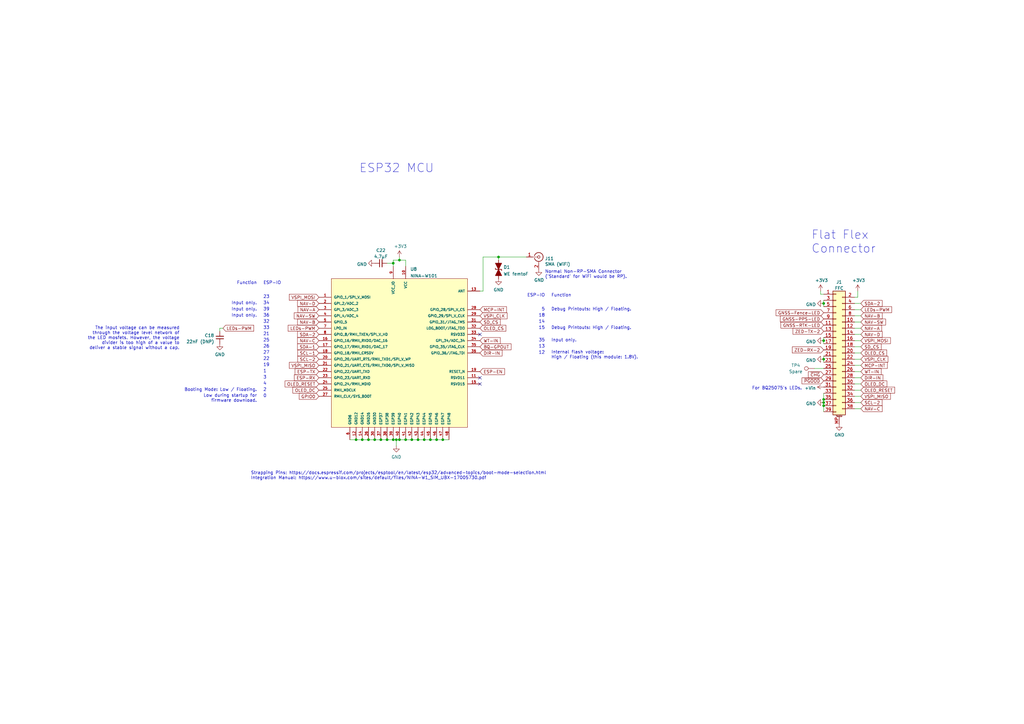
<source format=kicad_sch>
(kicad_sch (version 20211123) (generator eeschema)
  (paper "A3")
  (title_block (title "GNSS") (rev "B"))
  (lib_symbols
    (symbol "Connector:Conn_Coaxial" (pin_names (offset 1.016) hide)
      (property "Reference" "J" (at 0.254 3.048 0))
      (property "Value" "Conn_Coaxial" (at 2.921 0 90))
      (symbol "Conn_Coaxial_0_1"
        (arc (start -1.778 -0.508) (mid 0.222 -1.808) (end 1.778 0) (stroke (width 0.254)))
        (polyline (pts (xy -2.54 0) (xy -0.508 0)))
        (polyline (pts (xy 0 -2.54) (xy 0 -1.778)))
        (circle (center 0 0) (radius 0.508) (stroke (width 0.2032)))
        (arc (start 1.778 0) (mid 0.222 1.8083) (end -1.778 0.508) (stroke (width 0.254)))
      )
      (symbol "Conn_Coaxial_1_1"
        (pin passive line (at -5.08 0 0) (length 2.54) (name "In") (number "1"))
        (pin passive line (at 0 -5.08 90) (length 2.54) (name "Ext") (number "2"))
      )
    )
    (symbol "Connector:TestPoint" (pin_numbers hide) (pin_names (offset 0.762) hide)
      (property "Reference" "TP" (at 0 6.858 0))
      (property "Value" "TestPoint" (at 0 5.08 0))
      (symbol "TestPoint_0_1"
        (circle (center 0 3.302) (radius 0.762))
      )
      (symbol "TestPoint_1_1"
        (pin passive line (at 0 0 90) (length 2.54) (name "1") (number "1"))
      )
    )
    (symbol "Device:C_Small" (pin_numbers hide) (pin_names (offset 0.254) hide)
      (property "Reference" "C" (at 0.254 1.778 0))
      (property "Value" "C_Small" (at 0.254 -2.032 0))
      (symbol "C_Small_0_1"
        (polyline (pts (xy -1.524 -0.508) (xy 1.524 -0.508)) (stroke (width 0.3302)))
        (polyline (pts (xy -1.524 0.508) (xy 1.524 0.508)) (stroke (width 0.3048)))
      )
      (symbol "C_Small_1_1"
        (pin passive line (at 0 2.54 270) (length 2.032) (name "~") (number "1"))
        (pin passive line (at 0 -2.54 90) (length 2.032) (name "~") (number "2"))
      )
    )
    (symbol "Device:D_TVS_Filled" (pin_numbers hide) (pin_names (offset 1.016) hide)
      (property "Reference" "D" (at 0 2.54 0))
      (property "Value" "D_TVS_Filled" (at 0 -2.54 0))
      (symbol "D_TVS_Filled_0_1"
        (polyline (pts (xy 1.27 0) (xy -1.27 0)))
        (polyline (pts (xy -2.54 -1.27) (xy 0 0) (xy -2.54 1.27) (xy -2.54 -1.27)) (stroke (width 0.254)) (fill (type outline)))
        (polyline (pts (xy 0.508 1.27) (xy 0 1.27) (xy 0 -1.27) (xy -0.508 -1.27)) (stroke (width 0.254)))
        (polyline (pts (xy 2.54 1.27) (xy 2.54 -1.27) (xy 0 0) (xy 2.54 1.27)) (stroke (width 0.254)) (fill (type outline)))
      )
      (symbol "D_TVS_Filled_1_1"
        (pin passive line (at -3.81 0 0) (length 2.54) (name "A1") (number "1"))
        (pin passive line (at 3.81 0 180) (length 2.54) (name "A2") (number "2"))
      )
    )
    (symbol "Franz-Lib:+Vin" (power) (pin_names (offset 0))
      (property "Value" "+Vin" (at 0 3.556 0))
      (symbol "+Vin_0_1"
        (polyline (pts (xy -0.762 1.27) (xy 0 2.54)))
        (polyline (pts (xy 0 0) (xy 0 2.54)))
        (polyline (pts (xy 0 2.54) (xy 0.762 1.27)))
      )
      (symbol "+Vin_1_1"
        (pin power_in line (at 0 0 90) (length 0) hide (name "+Vin") (number "1"))
      )
    )
    (symbol "Franz-Lib:Conn_TE_3-2328724-9" (pin_names (offset 1.016) hide)
      (property "Reference" "J" (at 1.27 25.4 0))
      (property "Value" "Conn_TE_3-2328724-9" (at 2.54 -27.94 0))
      (symbol "Conn_TE_3-2328724-9_1_1"
        (rectangle (start -1.27 -25.273) (end 0 -25.527) (stroke (width 0.1524)))
        (rectangle (start -1.27 -22.733) (end 0 -22.987) (stroke (width 0.1524)))
        (rectangle (start -1.27 -20.193) (end 0 -20.447) (stroke (width 0.1524)))
        (rectangle (start -1.27 -17.653) (end 0 -17.907) (stroke (width 0.1524)))
        (rectangle (start -1.27 -15.113) (end 0 -15.367) (stroke (width 0.1524)))
        (rectangle (start -1.27 -12.573) (end 0 -12.827) (stroke (width 0.1524)))
        (rectangle (start -1.27 -10.033) (end 0 -10.287) (stroke (width 0.1524)))
        (rectangle (start -1.27 -7.493) (end 0 -7.747) (stroke (width 0.1524)))
        (rectangle (start -1.27 -4.953) (end 0 -5.207) (stroke (width 0.1524)))
        (rectangle (start -1.27 -2.413) (end 0 -2.667) (stroke (width 0.1524)))
        (rectangle (start -1.27 0.127) (end 0 -0.127) (stroke (width 0.1524)))
        (rectangle (start -1.27 2.667) (end 0 2.413) (stroke (width 0.1524)))
        (rectangle (start -1.27 5.207) (end 0 4.953) (stroke (width 0.1524)))
        (rectangle (start -1.27 7.747) (end 0 7.493) (stroke (width 0.1524)))
        (rectangle (start -1.27 10.287) (end 0 10.033) (stroke (width 0.1524)))
        (rectangle (start -1.27 12.827) (end 0 12.573) (stroke (width 0.1524)))
        (rectangle (start -1.27 15.367) (end 0 15.113) (stroke (width 0.1524)))
        (rectangle (start -1.27 17.907) (end 0 17.653) (stroke (width 0.1524)))
        (rectangle (start -1.27 20.447) (end 0 20.193) (stroke (width 0.1524)))
        (rectangle (start -1.27 22.987) (end 0 22.733) (stroke (width 0.1524)))
        (rectangle (start -1.27 24.13) (end 3.81 -26.67) (stroke (width 0.254)) (fill (type background)))
        (polyline (pts (xy 0.254 -27.432) (xy 2.286 -27.432)) (stroke (width 0.1524)))
        (rectangle (start 3.81 -24.003) (end 2.54 -24.257) (stroke (width 0.1524)))
        (rectangle (start 3.81 -21.463) (end 2.54 -21.717) (stroke (width 0.1524)))
        (rectangle (start 3.81 -18.923) (end 2.54 -19.177) (stroke (width 0.1524)))
        (rectangle (start 3.81 -16.383) (end 2.54 -16.637) (stroke (width 0.1524)))
        (rectangle (start 3.81 -13.843) (end 2.54 -14.097) (stroke (width 0.1524)))
        (rectangle (start 3.81 -11.303) (end 2.54 -11.557) (stroke (width 0.1524)))
        (rectangle (start 3.81 -8.763) (end 2.54 -9.017) (stroke (width 0.1524)))
        (rectangle (start 3.81 -6.223) (end 2.54 -6.477) (stroke (width 0.1524)))
        (rectangle (start 3.81 -3.683) (end 2.54 -3.937) (stroke (width 0.1524)))
        (rectangle (start 3.81 -1.143) (end 2.54 -1.397) (stroke (width 0.1524)))
        (rectangle (start 3.81 1.397) (end 2.54 1.143) (stroke (width 0.1524)))
        (rectangle (start 3.81 3.937) (end 2.54 3.683) (stroke (width 0.1524)))
        (rectangle (start 3.81 6.477) (end 2.54 6.223) (stroke (width 0.1524)))
        (rectangle (start 3.81 9.017) (end 2.54 8.763) (stroke (width 0.1524)))
        (rectangle (start 3.81 11.557) (end 2.54 11.303) (stroke (width 0.1524)))
        (rectangle (start 3.81 14.097) (end 2.54 13.843) (stroke (width 0.1524)))
        (rectangle (start 3.81 16.637) (end 2.54 16.383) (stroke (width 0.1524)))
        (rectangle (start 3.81 19.177) (end 2.54 18.923) (stroke (width 0.1524)))
        (rectangle (start 3.81 21.717) (end 2.54 21.463) (stroke (width 0.1524)))
        (text "Mounting" (at 1.27 -27.051 0) (effects (font (size 0.381 0.381))))
        (pin passive line (at -5.08 22.86 0) (length 3.81) (name "Pin_1") (number "1"))
        (pin passive line (at 7.62 11.43 180) (length 3.81) (name "Pin_10") (number "10"))
        (pin passive line (at -5.08 10.16 0) (length 3.81) (name "Pin_11") (number "11"))
        (pin passive line (at 7.62 8.89 180) (length 3.81) (name "Pin_12") (number "12"))
        (pin passive line (at -5.08 7.62 0) (length 3.81) (name "Pin_13") (number "13"))
        (pin passive line (at 7.62 6.35 180) (length 3.81) (name "Pin_14") (number "14"))
        (pin passive line (at -5.08 5.08 0) (length 3.81) (name "Pin_15") (number "15"))
        (pin passive line (at 7.62 3.81 180) (length 3.81) (name "Pin_16") (number "16"))
        (pin passive line (at -5.08 2.54 0) (length 3.81) (name "Pin_17") (number "17"))
        (pin passive line (at 7.62 1.27 180) (length 3.81) (name "Pin_18") (number "18"))
        (pin passive line (at -5.08 0 0) (length 3.81) (name "Pin_19") (number "19"))
        (pin passive line (at 7.62 21.59 180) (length 3.81) (name "Pin_2") (number "2"))
        (pin passive line (at 7.62 -1.27 180) (length 3.81) (name "Pin_20") (number "20"))
        (pin passive line (at -5.08 -2.54 0) (length 3.81) (name "Pin_21") (number "21"))
        (pin passive line (at 7.62 -3.81 180) (length 3.81) (name "Pin_22") (number "22"))
        (pin passive line (at -5.08 -5.08 0) (length 3.81) (name "Pin_23") (number "23"))
        (pin passive line (at 7.62 -6.35 180) (length 3.81) (name "Pin_24") (number "24"))
        (pin passive line (at -5.08 -7.62 0) (length 3.81) (name "Pin_25") (number "25"))
        (pin passive line (at 7.62 -8.89 180) (length 3.81) (name "Pin_26") (number "26"))
        (pin passive line (at -5.08 -10.16 0) (length 3.81) (name "Pin_27") (number "27"))
        (pin passive line (at 7.62 -11.43 180) (length 3.81) (name "Pin_28") (number "28"))
        (pin passive line (at -5.08 -12.7 0) (length 3.81) (name "Pin_29") (number "29"))
        (pin passive line (at -5.08 20.32 0) (length 3.81) (name "Pin_3") (number "3"))
        (pin passive line (at 7.62 -13.97 180) (length 3.81) (name "Pin_30") (number "30"))
        (pin passive line (at -5.08 -15.24 0) (length 3.81) (name "Pin_31") (number "31"))
        (pin passive line (at 7.62 -16.51 180) (length 3.81) (name "Pin_32") (number "32"))
        (pin passive line (at -5.08 -17.78 0) (length 3.81) (name "Pin_33") (number "33"))
        (pin passive line (at 7.62 -19.05 180) (length 3.81) (name "Pin_34") (number "34"))
        (pin passive line (at -5.08 -20.32 0) (length 3.81) (name "Pin_35") (number "35"))
        (pin passive line (at 7.62 -21.59 180) (length 3.81) (name "Pin_36") (number "36"))
        (pin passive line (at -5.08 -22.86 0) (length 3.81) (name "Pin_37") (number "37"))
        (pin passive line (at 7.62 -24.13 180) (length 3.81) (name "Pin_38") (number "38"))
        (pin passive line (at -5.08 -25.4 0) (length 3.81) (name "Pin_39") (number "39"))
        (pin passive line (at 7.62 19.05 180) (length 3.81) (name "Pin_4") (number "4"))
        (pin passive line (at -5.08 17.78 0) (length 3.81) (name "Pin_5") (number "5"))
        (pin passive line (at 7.62 16.51 180) (length 3.81) (name "Pin_6") (number "6"))
        (pin passive line (at -5.08 15.24 0) (length 3.81) (name "Pin_7") (number "7"))
        (pin passive line (at 7.62 13.97 180) (length 3.81) (name "Pin_8") (number "8"))
        (pin passive line (at -5.08 12.7 0) (length 3.81) (name "Pin_9") (number "9"))
        (pin passive line (at 1.27 -30.48 90) (length 3.048) (name "MountPin") (number "MP"))
      )
    )
    (symbol "Franz-Lib:NINA-W101" (pin_names (offset 1.016))
      (property "Reference" "U" (at 1.27 0 0))
      (property "Value" "NINA-W101" (at 44.45 0 0))
      (symbol "NINA-W101_0_0"
        (polyline (pts (xy 0 -48.26) (xy 0 -48.26)) (stroke (width 0.1524)))
        (polyline (pts (xy 0 -45.72) (xy 0 -45.72)) (stroke (width 0.1524)))
        (polyline (pts (xy 0 -43.18) (xy 0 -43.18)) (stroke (width 0.1524)))
        (polyline (pts (xy 0 -40.64) (xy 0 -40.64)) (stroke (width 0.1524)))
        (polyline (pts (xy 0 -38.1) (xy 0 -38.1)) (stroke (width 0.1524)))
        (polyline (pts (xy 0 -35.56) (xy 0 -35.56)) (stroke (width 0.1524)))
        (polyline (pts (xy 0 -33.02) (xy 0 -33.02)) (stroke (width 0.1524)))
        (polyline (pts (xy 0 -30.48) (xy 0 -30.48)) (stroke (width 0.1524)))
        (polyline (pts (xy 0 -27.94) (xy 0 -27.94)) (stroke (width 0.1524)))
        (polyline (pts (xy 0 -25.4) (xy 0 -25.4)) (stroke (width 0.1524)))
        (polyline (pts (xy 0 -22.86) (xy 0 -22.86)) (stroke (width 0.1524)))
        (polyline (pts (xy 0 -20.32) (xy 0 -20.32)) (stroke (width 0.1524)))
        (polyline (pts (xy 0 -17.78) (xy 0 -17.78)) (stroke (width 0.1524)))
        (polyline (pts (xy 0 -15.24) (xy 0 -15.24)) (stroke (width 0.1524)))
        (polyline (pts (xy 0 -12.7) (xy 0 -12.7)) (stroke (width 0.1524)))
        (polyline (pts (xy 0 -10.16) (xy 0 -10.16)) (stroke (width 0.1524)))
        (polyline (pts (xy 0 -7.62) (xy 0 -7.62)) (stroke (width 0.1524)))
        (polyline (pts (xy 7.62 -60.96) (xy 7.62 -60.96)) (stroke (width 0.1524)))
        (polyline (pts (xy 10.16 -60.96) (xy 10.16 -60.96)) (stroke (width 0.1524)))
        (polyline (pts (xy 12.7 -60.96) (xy 12.7 -60.96)) (stroke (width 0.1524)))
        (polyline (pts (xy 15.24 -60.96) (xy 15.24 -60.96)) (stroke (width 0.1524)))
        (polyline (pts (xy 17.78 -60.96) (xy 17.78 -60.96)) (stroke (width 0.1524)))
        (polyline (pts (xy 20.32 -60.96) (xy 20.32 -60.96)) (stroke (width 0.1524)))
        (polyline (pts (xy 22.86 -60.96) (xy 22.86 -60.96)) (stroke (width 0.1524)))
        (polyline (pts (xy 25.4 -60.96) (xy 25.4 -60.96)) (stroke (width 0.1524)))
        (polyline (pts (xy 25.4 0) (xy 25.4 0)) (stroke (width 0.1524)))
        (polyline (pts (xy 27.94 -60.96) (xy 27.94 -60.96)) (stroke (width 0.1524)))
        (polyline (pts (xy 30.48 -60.96) (xy 30.48 -60.96)) (stroke (width 0.1524)))
        (polyline (pts (xy 30.48 0) (xy 30.48 0)) (stroke (width 0.1524)))
        (polyline (pts (xy 33.02 -60.96) (xy 33.02 -60.96)) (stroke (width 0.1524)))
        (polyline (pts (xy 35.56 -60.96) (xy 35.56 -60.96)) (stroke (width 0.1524)))
        (polyline (pts (xy 38.1 -60.96) (xy 38.1 -60.96)) (stroke (width 0.1524)))
        (polyline (pts (xy 40.64 -60.96) (xy 40.64 -60.96)) (stroke (width 0.1524)))
        (polyline (pts (xy 43.18 -60.96) (xy 43.18 -60.96)) (stroke (width 0.1524)))
        (polyline (pts (xy 45.72 -60.96) (xy 45.72 -60.96)) (stroke (width 0.1524)))
        (polyline (pts (xy 48.26 -60.96) (xy 48.26 -60.96)) (stroke (width 0.1524)))
        (polyline (pts (xy 55.88 -43.18) (xy 55.88 -43.18)) (stroke (width 0.1524)))
        (polyline (pts (xy 55.88 -40.64) (xy 55.88 -40.64)) (stroke (width 0.1524)))
        (polyline (pts (xy 55.88 -38.1) (xy 55.88 -38.1)) (stroke (width 0.1524)))
        (polyline (pts (xy 55.88 -30.48) (xy 55.88 -30.48)) (stroke (width 0.1524)))
        (polyline (pts (xy 55.88 -27.94) (xy 55.88 -27.94)) (stroke (width 0.1524)))
        (polyline (pts (xy 55.88 -25.4) (xy 55.88 -25.4)) (stroke (width 0.1524)))
        (polyline (pts (xy 55.88 -22.86) (xy 55.88 -22.86)) (stroke (width 0.1524)))
        (polyline (pts (xy 55.88 -20.32) (xy 55.88 -20.32)) (stroke (width 0.1524)))
        (polyline (pts (xy 55.88 -17.78) (xy 55.88 -17.78)) (stroke (width 0.1524)))
        (polyline (pts (xy 55.88 -15.24) (xy 55.88 -15.24)) (stroke (width 0.1524)))
        (polyline (pts (xy 55.88 -12.7) (xy 55.88 -12.7)) (stroke (width 0.1524)))
        (polyline (pts (xy 55.88 -5.08) (xy 55.88 -5.08)) (stroke (width 0.1524)))
        (pin bidirectional line (at -5.08 -7.62 0) (length 5.08) (name "GPIO_1/SPI_V_MOSI") (number "1"))
        (pin power_in line (at 30.48 5.08 270) (length 5.08) (name "VCC") (number "10"))
        (pin passive line (at 60.96 -40.64 180) (length 5.08) (name "RSVD11") (number "11"))
        (pin power_in line (at 10.16 -66.04 90) (length 5.08) (name "GND12") (number "12"))
        (pin bidirectional line (at 60.96 -5.08 180) (length 5.08) (name "ANT") (number "13"))
        (pin power_in line (at 12.7 -66.04 90) (length 5.08) (name "GND14") (number "14"))
        (pin passive line (at 60.96 -43.18 180) (length 5.08) (name "RSVD15") (number "15"))
        (pin bidirectional line (at -5.08 -25.4 0) (length 5.08) (name "GPIO_16/RMII_RXD0/DAC_16") (number "16"))
        (pin bidirectional line (at -5.08 -27.94 0) (length 5.08) (name "GPIO_17/RMII_RXD1/DAC_17") (number "17"))
        (pin bidirectional line (at -5.08 -30.48 0) (length 5.08) (name "GPIO_18/RMII_CRSDV") (number "18"))
        (pin input line (at 60.96 -38.1 180) (length 5.08) (name "RESET_N") (number "19"))
        (pin input line (at -5.08 -10.16 0) (length 5.08) (name "GPI_2/ADC_2") (number "2"))
        (pin bidirectional line (at -5.08 -33.02 0) (length 5.08) (name "GPIO_20/UART_RTS/RMII_TXD1/SPI_V_WP") (number "20"))
        (pin bidirectional line (at -5.08 -35.56 0) (length 5.08) (name "GPIO_21/UART_CTS/RMII_TXD0/SPI_V_MISO") (number "21"))
        (pin bidirectional line (at -5.08 -38.1 0) (length 5.08) (name "GPIO_22/UART_TXD") (number "22"))
        (pin bidirectional line (at -5.08 -40.64 0) (length 5.08) (name "GPIO_23/UART_RXD") (number "23"))
        (pin bidirectional line (at -5.08 -43.18 0) (length 5.08) (name "GPIO_24/RMII_MDIO") (number "24"))
        (pin bidirectional line (at -5.08 -45.72 0) (length 5.08) (name "RMII_MDCLK") (number "25"))
        (pin power_in line (at 15.24 -66.04 90) (length 5.08) (name "GND26") (number "26"))
        (pin input line (at -5.08 -48.26 0) (length 5.08) (name "RMII_CLK/SYS_BOOT") (number "27"))
        (pin bidirectional line (at 60.96 -12.7 180) (length 5.08) (name "GPIO_28/SPI_V_CS") (number "28"))
        (pin bidirectional line (at 60.96 -15.24 180) (length 5.08) (name "GPIO_29/SPI_V_CLK") (number "29"))
        (pin input line (at -5.08 -12.7 0) (length 5.08) (name "GPI_3/ADC_3") (number "3"))
        (pin power_in line (at 17.78 -66.04 90) (length 5.08) (name "GND30") (number "30"))
        (pin bidirectional line (at 60.96 -17.78 180) (length 5.08) (name "GPIO_31/JTAG_TMS") (number "31"))
        (pin bidirectional line (at 60.96 -20.32 180) (length 5.08) (name "LOG_BOOT/JTAG_TDO") (number "32"))
        (pin passive line (at 60.96 -22.86 180) (length 5.08) (name "RSVD33") (number "33"))
        (pin input line (at 60.96 -25.4 180) (length 5.08) (name "GPI_34/ADC_34") (number "34"))
        (pin bidirectional line (at 60.96 -27.94 180) (length 5.08) (name "GPIO_35/JTAG_CLK") (number "35"))
        (pin bidirectional line (at 60.96 -30.48 180) (length 5.08) (name "GPIO_36/JTAG_TDI") (number "36"))
        (pin power_in line (at 20.32 -66.04 90) (length 5.08) (name "EGP37") (number "37"))
        (pin power_in line (at 22.86 -66.04 90) (length 5.08) (name "EGP38") (number "38"))
        (pin power_in line (at 25.4 -66.04 90) (length 5.08) (name "EGP39") (number "39"))
        (pin input line (at -5.08 -15.24 0) (length 5.08) (name "GPI_4/ADC_4") (number "4"))
        (pin power_in line (at 27.94 -66.04 90) (length 5.08) (name "EGP40") (number "40"))
        (pin power_in line (at 30.48 -66.04 90) (length 5.08) (name "EGP41") (number "41"))
        (pin power_in line (at 33.02 -66.04 90) (length 5.08) (name "EGP42") (number "42"))
        (pin power_in line (at 35.56 -66.04 90) (length 5.08) (name "EGP43") (number "43"))
        (pin power_in line (at 38.1 -66.04 90) (length 5.08) (name "EGP44") (number "44"))
        (pin power_in line (at 40.64 -66.04 90) (length 5.08) (name "EGP45") (number "45"))
        (pin power_in line (at 43.18 -66.04 90) (length 5.08) (name "EGP46") (number "46"))
        (pin power_in line (at 45.72 -66.04 90) (length 5.08) (name "EGP47") (number "47"))
        (pin power_in line (at 48.26 -66.04 90) (length 5.08) (name "EGP48") (number "48"))
        (pin bidirectional line (at -5.08 -17.78 0) (length 5.08) (name "GPIO_5") (number "5"))
        (pin power_in line (at 7.62 -66.04 90) (length 5.08) (name "GND6") (number "6"))
        (pin bidirectional line (at -5.08 -20.32 0) (length 5.08) (name "LPO_IN") (number "7"))
        (pin bidirectional line (at -5.08 -22.86 0) (length 5.08) (name "GPIO_8/RMII_TXEN/SPI_V_HD") (number "8"))
        (pin power_in line (at 25.4 5.08 270) (length 5.08) (name "VCC_IO") (number "9"))
      )
      (symbol "NINA-W101_1_1"
        (rectangle (start 0 0) (end 55.88 -60.96) (stroke (width 0.1524)) (fill (type background)))
      )
    )
    (symbol "power:+3.3V" (power) (pin_names (offset 0))
      (property "Value" "+3.3V" (at 0 3.556 0))
      (symbol "+3.3V_0_1"
        (polyline (pts (xy -0.762 1.27) (xy 0 2.54)))
        (polyline (pts (xy 0 0) (xy 0 2.54)))
        (polyline (pts (xy 0 2.54) (xy 0.762 1.27)))
      )
      (symbol "+3.3V_1_1"
        (pin power_in line (at 0 0 90) (length 0) hide (name "+3V3") (number "1"))
      )
    )
    (symbol "power:GND" (power) (pin_names (offset 0))
      (property "Value" "GND" (at 0 -3.81 0))
      (symbol "GND_0_1"
        (polyline (pts (xy 0 0) (xy 0 -1.27) (xy 1.27 -1.27) (xy 0 -2.54) (xy -1.27 -1.27) (xy 0 -1.27)))
      )
      (symbol "GND_1_1"
        (pin power_in line (at 0 0 270) (length 0) hide (name "GND") (number "1"))
      )
    )
  )
  (junction (at 173.99 180.34))
  (junction (at 337.82 124.46))
  (junction (at 204.47 105.41))
  (junction (at 337.82 166.37))
  (junction (at 156.21 180.34))
  (junction (at 168.91 180.34))
  (junction (at 163.83 180.34))
  (junction (at 153.67 180.34))
  (junction (at 176.53 180.34))
  (junction (at 337.82 147.32))
  (junction (at 181.61 180.34))
  (junction (at 158.75 180.34))
  (junction (at 146.05 180.34))
  (junction (at 148.59 180.34))
  (junction (at 161.29 107.95))
  (junction (at 161.29 180.34))
  (junction (at 163.83 106.68))
  (junction (at 337.82 163.83))
  (junction (at 162.56 180.34))
  (junction (at 171.45 180.34))
  (junction (at 151.13 180.34))
  (junction (at 337.82 165.1))
  (junction (at 179.07 180.34))
  (junction (at 337.82 139.7))
  (junction (at 166.37 180.34))
  (no_connect (at 196.85 137.16))
  (no_connect (at 196.85 154.94))
  (no_connect (at 196.85 157.48))
  (wire (pts (xy 163.83 180.34) (xy 166.37 180.34)))
  (wire (pts (xy 156.21 180.34) (xy 158.75 180.34)))
  (wire (pts (xy 337.82 165.1) (xy 337.82 166.37)))
  (wire (pts (xy 166.37 180.34) (xy 168.91 180.34)))
  (wire (pts (xy 198.12 105.41) (xy 198.12 119.38)))
  (wire (pts (xy 161.29 109.22) (xy 161.29 107.95)))
  (wire (pts (xy 350.52 160.02) (xy 353.06 160.02)))
  (wire (pts (xy 337.82 166.37) (xy 337.82 168.91)))
  (wire (pts (xy 337.82 138.43) (xy 337.82 139.7)))
  (wire (pts (xy 168.91 180.34) (xy 171.45 180.34)))
  (wire (pts (xy 337.82 161.29) (xy 337.82 163.83)))
  (wire (pts (xy 336.55 120.65) (xy 337.82 120.65)))
  (wire (pts (xy 181.61 180.34) (xy 184.15 180.34)))
  (wire (pts (xy 353.06 149.86) (xy 350.52 149.86)))
  (wire (pts (xy 146.05 180.34) (xy 148.59 180.34)))
  (wire (pts (xy 351.79 119.38) (xy 351.79 121.92)))
  (wire (pts (xy 151.13 180.34) (xy 153.67 180.34)))
  (wire (pts (xy 353.06 137.16) (xy 350.52 137.16)))
  (wire (pts (xy 353.06 139.7) (xy 350.52 139.7)))
  (wire (pts (xy 179.07 180.34) (xy 181.61 180.34)))
  (wire (pts (xy 176.53 180.34) (xy 179.07 180.34)))
  (wire (pts (xy 204.47 105.41) (xy 215.9 105.41)))
  (wire (pts (xy 161.29 107.95) (xy 161.29 106.68)))
  (wire (pts (xy 351.79 121.92) (xy 350.52 121.92)))
  (wire (pts (xy 143.51 180.34) (xy 146.05 180.34)))
  (wire (pts (xy 171.45 180.34) (xy 173.99 180.34)))
  (wire (pts (xy 353.06 124.46) (xy 350.52 124.46)))
  (wire (pts (xy 336.55 119.38) (xy 336.55 120.65)))
  (wire (pts (xy 162.56 180.34) (xy 163.83 180.34)))
  (wire (pts (xy 337.82 163.83) (xy 337.82 165.1)))
  (wire (pts (xy 337.82 123.19) (xy 337.82 124.46)))
  (wire (pts (xy 161.29 180.34) (xy 162.56 180.34)))
  (wire (pts (xy 353.06 152.4) (xy 350.52 152.4)))
  (wire (pts (xy 337.82 147.32) (xy 337.82 148.59)))
  (wire (pts (xy 161.29 106.68) (xy 163.83 106.68)))
  (wire (pts (xy 163.83 106.68) (xy 166.37 106.68)))
  (wire (pts (xy 158.75 180.34) (xy 161.29 180.34)))
  (wire (pts (xy 162.56 180.34) (xy 162.56 182.88)))
  (wire (pts (xy 91.44 134.62) (xy 90.17 134.62)))
  (wire (pts (xy 158.75 107.95) (xy 161.29 107.95)))
  (wire (pts (xy 350.52 167.64) (xy 353.06 167.64)))
  (wire (pts (xy 173.99 180.34) (xy 176.53 180.34)))
  (wire (pts (xy 353.06 157.48) (xy 350.52 157.48)))
  (wire (pts (xy 204.47 105.41) (xy 204.47 106.68)))
  (wire (pts (xy 350.52 162.56) (xy 353.06 162.56)))
  (wire (pts (xy 153.67 180.34) (xy 156.21 180.34)))
  (wire (pts (xy 353.06 132.08) (xy 350.52 132.08)))
  (wire (pts (xy 353.06 144.78) (xy 350.52 144.78)))
  (wire (pts (xy 353.06 129.54) (xy 350.52 129.54)))
  (wire (pts (xy 353.06 127) (xy 350.52 127)))
  (wire (pts (xy 353.06 142.24) (xy 350.52 142.24)))
  (wire (pts (xy 90.17 134.62) (xy 90.17 135.89)))
  (wire (pts (xy 350.52 165.1) (xy 353.06 165.1)))
  (wire (pts (xy 163.83 105.41) (xy 163.83 106.68)))
  (wire (pts (xy 337.82 139.7) (xy 337.82 140.97)))
  (wire (pts (xy 166.37 109.22) (xy 166.37 106.68)))
  (wire (pts (xy 198.12 105.41) (xy 204.47 105.41)))
  (wire (pts (xy 353.06 134.62) (xy 350.52 134.62)))
  (wire (pts (xy 198.12 119.38) (xy 196.85 119.38)))
  (wire (pts (xy 350.52 154.94) (xy 353.06 154.94)))
  (wire (pts (xy 337.82 146.05) (xy 337.82 147.32)))
  (wire (pts (xy 148.59 180.34) (xy 151.13 180.34)))
  (wire (pts (xy 337.82 124.46) (xy 337.82 125.73)))
  (wire (pts (xy 334.01 151.13) (xy 337.82 151.13)))
  (wire (pts (xy 353.06 147.32) (xy 350.52 147.32)))
  (text "Function" (at 105.41 116.84 180) (effects (font (size 1.27 1.27)) (justify right bottom)))
  (text "Flat Flex\nConnector" (at 332.74 104.14 0) (effects (font (size 3.5052 3.5052)) (justify left bottom)))
  (text "Debug Printouts: High / Floating." (at 226.06 135.255 0) (effects (font (size 1.27 1.27)) (justify left bottom)))
  (text "22" (at 107.95 147.955 0) (effects (font (size 1.27 1.27)) (justify left bottom)))
  (text "Function" (at 226.06 121.92 0) (effects (font (size 1.27 1.27)) (justify left bottom)))
  (text "0" (at 107.95 163.195 0) (effects (font (size 1.27 1.27)) (justify left bottom)))
  (text "Input only." (at 105.41 125.095 180) (effects (font (size 1.27 1.27)) (justify right bottom)))
  (text "Booting Mode: Low / Floating." (at 105.41 160.655 180) (effects (font (size 1.27 1.27)) (justify right bottom)))
  (text "Input only." (at 226.06 140.335 0) (effects (font (size 1.27 1.27)) (justify left bottom)))
  (text "For BQ25075's LEDs." (at 328.93 160.02 180) (effects (font (size 1.27 1.27)) (justify right bottom)))
  (text "Strapping Pins: https://docs.espressif.com/projects/esptool/en/latest/esp32/advanced-topics/boot-mode-selection.html\nIntegration Manual: https://www.u-blox.com/sites/default/files/NINA-W1_SIM_UBX-17005730.pdf" (at 102.87 196.85 0) (effects (font (size 1.27 1.27)) (justify left bottom)))
  (text "1" (at 107.95 153.035 0) (effects (font (size 1.27 1.27)) (justify left bottom)))
  (text "27" (at 107.95 145.415 0) (effects (font (size 1.27 1.27)) (justify left bottom)))
  (text "35" (at 223.52 140.335 180) (effects (font (size 1.27 1.27)) (justify right bottom)))
  (text "39" (at 107.95 127.635 0) (effects (font (size 1.27 1.27)) (justify left bottom)))
  (text "3" (at 107.95 155.575 0) (effects (font (size 1.27 1.27)) (justify left bottom)))
  (text "34" (at 107.95 125.095 0) (effects (font (size 1.27 1.27)) (justify left bottom)))
  (text "19" (at 107.95 150.495 0) (effects (font (size 1.27 1.27)) (justify left bottom)))
  (text "23" (at 107.95 122.555 0) (effects (font (size 1.27 1.27)) (justify left bottom)))
  (text "Internal flash voltage:\nHigh / Floating (this module: 1.8V)." (at 226.06 147.32 0) (effects (font (size 1.27 1.27)) (justify left bottom)))
  (text "36" (at 107.95 130.175 0) (effects (font (size 1.27 1.27)) (justify left bottom)))
  (text "32" (at 107.95 132.715 0) (effects (font (size 1.27 1.27)) (justify left bottom)))
  (text "ESP-IO" (at 107.95 116.84 0) (effects (font (size 1.27 1.27)) (justify left bottom)))
  (text "ESP32 MCU" (at 147.32 71.12 0) (effects (font (size 3.5052 3.5052)) (justify left bottom)))
  (text "Input only." (at 105.41 127.635 180) (effects (font (size 1.27 1.27)) (justify right bottom)))
  (text "Debug Printouts: High / Floating." (at 226.06 127.635 0) (effects (font (size 1.27 1.27)) (justify left bottom)))
  (text "33" (at 107.95 135.255 0) (effects (font (size 1.27 1.27)) (justify left bottom)))
  (text "The input voltage can be measured\nthrough the voltage level network of\nthe LED mosfets. However, the voltage\ndivider is too high of a value to\ndeliver a stable signal without a cap." (at 73.66 143.51 0) (effects (font (size 1.27 1.27)) (justify right bottom)))
  (text "18" (at 223.52 130.175 180) (effects (font (size 1.27 1.27)) (justify right bottom)))
  (text "4" (at 107.95 158.115 0) (effects (font (size 1.27 1.27)) (justify left bottom)))
  (text "25" (at 107.95 140.335 0) (effects (font (size 1.27 1.27)) (justify left bottom)))
  (text "26" (at 107.95 142.875 0) (effects (font (size 1.27 1.27)) (justify left bottom)))
  (text "12" (at 223.52 145.415 180) (effects (font (size 1.27 1.27)) (justify right bottom)))
  (text "Low during startup for\nfirmware download." (at 105.41 165.1 180) (effects (font (size 1.27 1.27)) (justify right bottom)))
  (text "ESP-IO" (at 223.52 121.92 180) (effects (font (size 1.27 1.27)) (justify right bottom)))
  (text "Normal Non-RP-SMA Connector\n('Standard' for WiFi would be RP)." (at 223.52 114.3 0) (effects (font (size 1.27 1.27)) (justify left bottom)))
  (text "2" (at 107.95 160.655 0) (effects (font (size 1.27 1.27)) (justify left bottom)))
  (text "14" (at 223.52 132.715 180) (effects (font (size 1.27 1.27)) (justify right bottom)))
  (text "21" (at 107.95 137.795 0) (effects (font (size 1.27 1.27)) (justify left bottom)))
  (text "5" (at 223.52 127.635 180) (effects (font (size 1.27 1.27)) (justify right bottom)))
  (text "Input only." (at 105.41 130.175 180) (effects (font (size 1.27 1.27)) (justify right bottom)))
  (text "15" (at 223.52 135.255 180) (effects (font (size 1.27 1.27)) (justify right bottom)))
  (text "13" (at 223.52 142.875 180) (effects (font (size 1.27 1.27)) (justify right bottom)))
  (global_label "SD_CS" (shape input) (at 353.06 142.24 0) (property "Intersheet References" "${INTERSHEET_REFS}" (effects hide)))
  (global_label "NAV-C" (shape input) (at 130.81 139.7 180) (property "Intersheet References" "${INTERSHEET_REFS}" (effects hide)))
  (global_label "NAV-B" (shape input) (at 130.81 132.08 180) (property "Intersheet References" "${INTERSHEET_REFS}" (effects hide)))
  (global_label "VSPI_MOSI" (shape input) (at 353.06 139.7 0) (property "Intersheet References" "${INTERSHEET_REFS}" (effects hide)))
  (global_label "ESP-RX" (shape input) (at 130.81 154.94 180) (property "Intersheet References" "${INTERSHEET_REFS}" (effects hide)))
  (global_label "VSPI_CLK" (shape input) (at 353.06 147.32 0) (property "Intersheet References" "${INTERSHEET_REFS}" (effects hide)))
  (global_label "NAV-D" (shape input) (at 130.81 124.46 180) (property "Intersheet References" "${INTERSHEET_REFS}" (effects hide)))
  (global_label "NAV-A" (shape input) (at 130.81 127 180) (property "Intersheet References" "${INTERSHEET_REFS}" (effects hide)))
  (global_label "SCL-2" (shape input) (at 130.81 147.32 180) (property "Intersheet References" "${INTERSHEET_REFS}" (effects hide)))
  (global_label "NAV-B" (shape input) (at 353.06 129.54 0) (property "Intersheet References" "${INTERSHEET_REFS}" (effects hide)))
  (global_label "NAV-A" (shape input) (at 353.06 134.62 0) (property "Intersheet References" "${INTERSHEET_REFS}" (effects hide)))
  (global_label "SDA-2" (shape input) (at 353.06 124.46 0) (property "Intersheet References" "${INTERSHEET_REFS}" (effects hide)))
  (global_label "BQ-GPOUT" (shape input) (at 196.85 142.24 0) (property "Intersheet References" "${INTERSHEET_REFS}" (effects hide)))
  (global_label "ESP-EN" (shape input) (at 196.85 152.4 0) (property "Intersheet References" "${INTERSHEET_REFS}" (effects hide)))
  (global_label "VSPI_MISO" (shape input) (at 353.06 162.56 0) (property "Intersheet References" "${INTERSHEET_REFS}" (effects hide)))
  (global_label "SDA-2" (shape input) (at 130.81 137.16 180) (property "Intersheet References" "${INTERSHEET_REFS}" (effects hide)))
  (global_label "VSPI_MOSI" (shape input) (at 130.81 121.92 180) (property "Intersheet References" "${INTERSHEET_REFS}" (effects hide)))
  (global_label "SCL-2" (shape input) (at 353.06 165.1 0) (property "Intersheet References" "${INTERSHEET_REFS}" (effects hide)))
  (global_label "OLED_RESET" (shape input) (at 130.81 157.48 180) (property "Intersheet References" "${INTERSHEET_REFS}" (effects hide)))
  (global_label "ZED-TX-2" (shape input) (at 337.82 135.89 180) (property "Intersheet References" "${INTERSHEET_REFS}" (effects hide)))
  (global_label "VSPI_CLK" (shape input) (at 196.85 129.54 0) (property "Intersheet References" "${INTERSHEET_REFS}" (effects hide)))
  (global_label "ESP-TX" (shape input) (at 130.81 152.4 180) (property "Intersheet References" "${INTERSHEET_REFS}" (effects hide)))
  (global_label "GNSS-PPS-LED" (shape input) (at 337.82 130.81 180) (property "Intersheet References" "${INTERSHEET_REFS}" (effects hide)))
  (global_label "NAV-C" (shape input) (at 353.06 167.64 0) (property "Intersheet References" "${INTERSHEET_REFS}" (effects hide)))
  (global_label "NAV-SW" (shape input) (at 353.06 132.08 0) (property "Intersheet References" "${INTERSHEET_REFS}" (effects hide)))
  (global_label "GNSS-RTK-LED" (shape input) (at 337.82 133.35 180) (property "Intersheet References" "${INTERSHEET_REFS}" (effects hide)))
  (global_label "OLED_DC" (shape input) (at 353.06 157.48 0) (property "Intersheet References" "${INTERSHEET_REFS}" (effects hide)))
  (global_label "OLED_CS" (shape input) (at 353.06 144.78 0) (property "Intersheet References" "${INTERSHEET_REFS}" (effects hide)))
  (global_label "OLED_DC" (shape input) (at 130.81 160.02 180) (property "Intersheet References" "${INTERSHEET_REFS}" (effects hide)))
  (global_label "VSPI_MISO" (shape input) (at 130.81 149.86 180) (property "Intersheet References" "${INTERSHEET_REFS}" (effects hide)))
  (global_label "MCP-INT" (shape input) (at 353.06 149.86 0) (property "Intersheet References" "${INTERSHEET_REFS}" (effects hide)))
  (global_label "NAV-SW" (shape input) (at 130.81 129.54 180) (property "Intersheet References" "${INTERSHEET_REFS}" (effects hide)))
  (global_label "LEDs-PWM" (shape input) (at 91.44 134.62 0) (property "Intersheet References" "${INTERSHEET_REFS}" (effects hide)))
  (global_label "~{CHG}" (shape input) (at 337.82 153.67 180) (property "Intersheet References" "${INTERSHEET_REFS}" (effects hide)))
  (global_label "SCL-1" (shape input) (at 130.81 144.78 180) (property "Intersheet References" "${INTERSHEET_REFS}" (effects hide)))
  (global_label "WT-IN" (shape input) (at 353.06 152.4 0) (property "Intersheet References" "${INTERSHEET_REFS}" (effects hide)))
  (global_label "LEDs-PWM" (shape input) (at 130.81 134.62 180) (property "Intersheet References" "${INTERSHEET_REFS}" (effects hide)))
  (global_label "ZED-RX-2" (shape input) (at 337.82 143.51 180) (property "Intersheet References" "${INTERSHEET_REFS}" (effects hide)))
  (global_label "NAV-D" (shape input) (at 353.06 137.16 0) (property "Intersheet References" "${INTERSHEET_REFS}" (effects hide)))
  (global_label "MCP-INT" (shape input) (at 196.85 127 0) (property "Intersheet References" "${INTERSHEET_REFS}" (effects hide)))
  (global_label "LEDs-PWM" (shape input) (at 353.06 127 0) (property "Intersheet References" "${INTERSHEET_REFS}" (effects hide)))
  (global_label "GPIO0" (shape input) (at 130.81 162.56 180) (property "Intersheet References" "${INTERSHEET_REFS}" (effects hide)))
  (global_label "OLED_RESET" (shape input) (at 353.06 160.02 0) (property "Intersheet References" "${INTERSHEET_REFS}" (effects hide)))
  (global_label "WT-IN" (shape input) (at 196.85 139.7 0) (property "Intersheet References" "${INTERSHEET_REFS}" (effects hide)))
  (global_label "DIR-IN" (shape input) (at 353.06 154.94 0) (property "Intersheet References" "${INTERSHEET_REFS}" (effects hide)))
  (global_label "OLED_CS" (shape input) (at 196.85 134.62 0) (property "Intersheet References" "${INTERSHEET_REFS}" (effects hide)))
  (global_label "DIR-IN" (shape input) (at 196.85 144.78 0) (property "Intersheet References" "${INTERSHEET_REFS}" (effects hide)))
  (global_label "SDA-1" (shape input) (at 130.81 142.24 180) (property "Intersheet References" "${INTERSHEET_REFS}" (effects hide)))
  (global_label "SD_CS" (shape input) (at 196.85 132.08 0) (property "Intersheet References" "${INTERSHEET_REFS}" (effects hide)))
  (global_label "GNSS-Fence-LED" (shape input) (at 337.82 128.27 180) (property "Intersheet References" "${INTERSHEET_REFS}" (effects hide)))
  (global_label "~{PGOOD}" (shape input) (at 337.82 156.21 180) (property "Intersheet References" "${INTERSHEET_REFS}" (effects hide)))
  (symbol (lib_id "power:GND") (at 90.17 140.97 0) (mirror y) (unit 1)
    (property "Reference" "#PWR0256" (effects hide))
    (property "Value" "GND" (at 90.17 145.4134 0))
  )
  (symbol (lib_id "Device:C_Small") (at 90.17 138.43 0) (mirror x) (unit 1)
    (property "Reference" "C18" (at 87.846 137.5889 0) (effects (justify right)))
    (property "Value" "22nF (DNP)" (at 87.846 140.1258 0) (effects (justify right)))
    (property "Footprint" "Franz-Lib:C_0402_1005Metric_NoSilk_DNP" (effects hide))
  )
  (symbol (lib_id "Connector:Conn_Coaxial") (at 220.98 105.41 0) (unit 1)
    (property "Reference" "J11" (at 223.52 106.045 0) (effects (justify left)))
    (property "Value" "SMA (WiFi)" (at 223.52 108.3564 0) (effects (justify left)))
    (property "Footprint" "Franz-Lib:CoaxConn-60311042114502" (effects hide))
    (property "Datasheet" " ~" (effects hide))
  )
  (symbol (lib_id "power:GND") (at 204.47 114.3 0) (unit 1)
    (property "Reference" "#PWR0161" (effects hide))
    (property "Value" "GND" (at 204.47 118.8625 0))
  )
  (symbol (lib_id "power:GND") (at 337.82 139.7 270) (unit 1)
    (property "Reference" "#PWR0141" (effects hide))
    (property "Value" "GND" (at 334.6451 140.1338 90) (effects (justify right)))
  )
  (symbol (lib_id "power:+3.3V") (at 163.83 105.41 0) (unit 1)
    (property "Reference" "#PWR0164" (effects hide))
    (property "Value" "+3.3V" (at 164.211 101.0158 0))
  )
  (symbol (lib_id "power:GND") (at 220.98 110.49 0) (unit 1)
    (property "Reference" "#PWR0162" (effects hide))
    (property "Value" "GND" (at 221.107 114.8842 0))
  )
  (symbol (lib_id "Franz-Lib:NINA-W101") (at 135.89 114.3 0) (unit 1)
    (property "Reference" "U8" (at 168.2497 110.3843 0) (effects (justify left)))
    (property "Value" "NINA-W101" (at 168.2497 113.1594 0) (effects (justify left)))
    (property "Footprint" "Franz-Lib:NINA_LGA48R_1060X1000X220_PIN" (effects hide))
    (property "Datasheet" "https://www.u-blox.com/sites/default/files/NINA-W10_DataSheet_UBX-17065507.pdf" (effects hide))
    (property "VALUE" "NINA-W101" (effects hide))
    (property "MANUFACTURER" "u-blox" (effects hide))
    (property "PART_DESCRIPTION" "Stand-alone Bluetooth low energy module" (effects hide))
  )
  (symbol (lib_id "power:GND") (at 344.17 173.99 0) (unit 1)
    (property "Reference" "#PWR0184" (effects hide))
    (property "Value" "GND" (at 344.297 178.3842 0))
  )
  (symbol (lib_id "power:GND") (at 162.56 182.88 0) (unit 1)
    (property "Reference" "#PWR0142" (effects hide))
    (property "Value" "GND" (at 162.56 187.4425 0))
  )
  (symbol (lib_id "power:GND") (at 153.67 107.95 270) (unit 1)
    (property "Reference" "#PWR0163" (effects hide))
    (property "Value" "GND" (at 150.4951 108.3838 90) (effects (justify right)))
  )
  (symbol (lib_id "power:+3.3V") (at 351.79 119.38 0) (unit 1)
    (property "Reference" "#PWR0195" (effects hide))
    (property "Value" "+3.3V" (at 352.171 114.9858 0))
  )
  (symbol (lib_id "Device:C_Small") (at 156.21 107.95 90) (unit 1)
    (property "Reference" "C22" (at 156.2163 102.6881 90))
    (property "Value" "4.7µF" (at 156.2163 105.225 90))
    (property "Footprint" "Franz-Lib:C_0603_1608Metric_NoSilk" (effects hide))
  )
  (symbol (lib_id "power:+3.3V") (at 336.55 119.38 0) (unit 1)
    (property "Reference" "#PWR0108" (effects hide))
    (property "Value" "+3.3V" (at 336.931 114.9858 0))
  )
  (symbol (lib_id "power:GND") (at 337.82 124.46 270) (unit 1)
    (property "Reference" "#PWR0159" (effects hide))
    (property "Value" "GND" (at 334.6451 124.8938 90) (effects (justify right)))
  )
  (symbol (lib_id "power:GND") (at 337.82 165.1 270) (unit 1)
    (property "Reference" "#PWR0125" (effects hide))
    (property "Value" "GND" (at 334.6451 165.5338 90) (effects (justify right)))
  )
  (symbol (lib_id "Franz-Lib:+Vin") (at 337.82 158.75 90) (unit 1)
    (property "Reference" "#PWR0140" (effects hide))
    (property "Value" "+Vin" (at 334.645 159.1838 90) (effects (justify left)))
  )
  (symbol (lib_id "Device:D_TVS_Filled") (at 204.47 110.49 90) (unit 1)
    (property "Reference" "D1" (at 206.502 109.5815 90) (effects (justify right)))
    (property "Value" "WE femtoF" (at 206.502 112.3566 90) (effects (justify right)))
    (property "Footprint" "Franz-Lib:D_0402_1005Metric" (effects hide))
  )
  (symbol (lib_id "power:GND") (at 337.82 147.32 270) (unit 1)
    (property "Reference" "#PWR0109" (effects hide))
    (property "Value" "GND" (at 334.6451 147.7538 90) (effects (justify right)))
  )
  (symbol (lib_id "Connector:TestPoint") (at 334.01 151.13 90) (unit 1)
    (property "Reference" "TP4" (at 326.39 149.86 90))
    (property "Value" "Spare" (at 326.39 152.4 90))
    (property "Footprint" "Franz-Lib:TestPoint_Pad_D1.0mm_NoSIlk" (effects hide))
  )
  (symbol (lib_id "Franz-Lib:Conn_TE_3-2328724-9") (at 342.9 143.51 0) (unit 1)
    (property "Reference" "J1" (at 344.17 115.6802 0))
    (property "Value" "FFC" (at 344.17 118.2171 0))
    (property "Footprint" "Franz-Lib:5025983993" (effects hide))
    (property "Datasheet" "https://www.mouser.de/datasheet/2/418/7/ENG_CD_2328724_3-2033557.pdf" (effects hide))
  )
)
</source>
